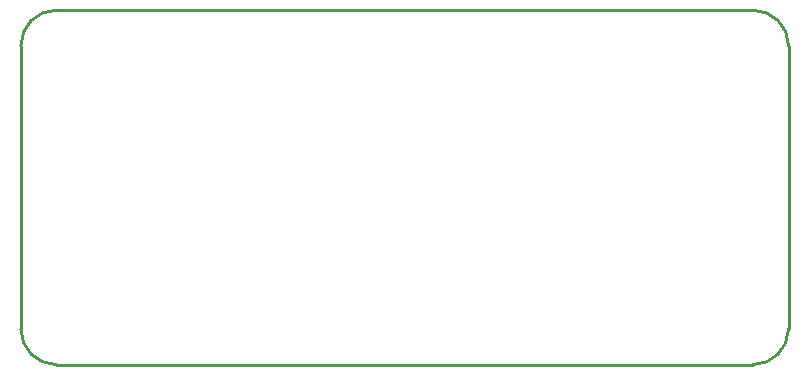
<source format=gko>
G04 Layer: BoardOutlineLayer*
G04 EasyEDA v6.5.22, 2022-12-20 18:45:55*
G04 f003bedfd4814326965babdaf269f31e,1ae14fa7f5aa486887b2aa5280da83c0,10*
G04 Gerber Generator version 0.2*
G04 Scale: 100 percent, Rotated: No, Reflected: No *
G04 Dimensions in millimeters *
G04 leading zeros omitted , absolute positions ,4 integer and 5 decimal *
%FSLAX45Y45*%
%MOMM*%

%ADD10C,0.2540*%
D10*
X7444742Y8310623D02*
G01*
X7444742Y5910577D01*
X7144519Y5610608D02*
G01*
X1244600Y5610608D01*
X944631Y5910577D02*
G01*
X944631Y8310623D01*
X1244600Y8610600D02*
G01*
X7144519Y8610600D01*
G75*
G01*
X944552Y8310575D02*
G02*
X1244552Y8610575I300000J0D01*
G75*
G01*
X1244552Y5610581D02*
G02*
X944552Y5910580I0J299999D01*
G75*
G01*
X7444539Y5910580D02*
G02*
X7144540Y5610581I-299999J0D01*
G75*
G01*
X7144540Y8610575D02*
G02*
X7444539Y8310575I0J-300000D01*

%LPD*%
M02*

</source>
